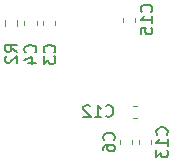
<source format=gbr>
%TF.GenerationSoftware,KiCad,Pcbnew,(5.99.0-8996-g10442b98df)*%
%TF.CreationDate,2021-04-19T08:50:07+01:00*%
%TF.ProjectId,CANduino,43414e64-7569-46e6-9f2e-6b696361645f,rev?*%
%TF.SameCoordinates,Original*%
%TF.FileFunction,Legend,Bot*%
%TF.FilePolarity,Positive*%
%FSLAX46Y46*%
G04 Gerber Fmt 4.6, Leading zero omitted, Abs format (unit mm)*
G04 Created by KiCad (PCBNEW (5.99.0-8996-g10442b98df)) date 2021-04-19 08:50:07*
%MOMM*%
%LPD*%
G01*
G04 APERTURE LIST*
%ADD10C,0.150000*%
%ADD11C,0.120000*%
G04 APERTURE END LIST*
D10*
%TO.C,C13*%
X172282142Y-115032142D02*
X172329761Y-114984523D01*
X172377380Y-114841666D01*
X172377380Y-114746428D01*
X172329761Y-114603571D01*
X172234523Y-114508333D01*
X172139285Y-114460714D01*
X171948809Y-114413095D01*
X171805952Y-114413095D01*
X171615476Y-114460714D01*
X171520238Y-114508333D01*
X171425000Y-114603571D01*
X171377380Y-114746428D01*
X171377380Y-114841666D01*
X171425000Y-114984523D01*
X171472619Y-115032142D01*
X172377380Y-115984523D02*
X172377380Y-115413095D01*
X172377380Y-115698809D02*
X171377380Y-115698809D01*
X171520238Y-115603571D01*
X171615476Y-115508333D01*
X171663095Y-115413095D01*
X171377380Y-116317857D02*
X171377380Y-116936904D01*
X171758333Y-116603571D01*
X171758333Y-116746428D01*
X171805952Y-116841666D01*
X171853571Y-116889285D01*
X171948809Y-116936904D01*
X172186904Y-116936904D01*
X172282142Y-116889285D01*
X172329761Y-116841666D01*
X172377380Y-116746428D01*
X172377380Y-116460714D01*
X172329761Y-116365476D01*
X172282142Y-116317857D01*
%TO.C,C12*%
X167117857Y-113432142D02*
X167165476Y-113479761D01*
X167308333Y-113527380D01*
X167403571Y-113527380D01*
X167546428Y-113479761D01*
X167641666Y-113384523D01*
X167689285Y-113289285D01*
X167736904Y-113098809D01*
X167736904Y-112955952D01*
X167689285Y-112765476D01*
X167641666Y-112670238D01*
X167546428Y-112575000D01*
X167403571Y-112527380D01*
X167308333Y-112527380D01*
X167165476Y-112575000D01*
X167117857Y-112622619D01*
X166165476Y-113527380D02*
X166736904Y-113527380D01*
X166451190Y-113527380D02*
X166451190Y-112527380D01*
X166546428Y-112670238D01*
X166641666Y-112765476D01*
X166736904Y-112813095D01*
X165784523Y-112622619D02*
X165736904Y-112575000D01*
X165641666Y-112527380D01*
X165403571Y-112527380D01*
X165308333Y-112575000D01*
X165260714Y-112622619D01*
X165213095Y-112717857D01*
X165213095Y-112813095D01*
X165260714Y-112955952D01*
X165832142Y-113527380D01*
X165213095Y-113527380D01*
%TO.C,C6*%
X167777142Y-115483333D02*
X167824761Y-115435714D01*
X167872380Y-115292857D01*
X167872380Y-115197619D01*
X167824761Y-115054761D01*
X167729523Y-114959523D01*
X167634285Y-114911904D01*
X167443809Y-114864285D01*
X167300952Y-114864285D01*
X167110476Y-114911904D01*
X167015238Y-114959523D01*
X166920000Y-115054761D01*
X166872380Y-115197619D01*
X166872380Y-115292857D01*
X166920000Y-115435714D01*
X166967619Y-115483333D01*
X166872380Y-116340476D02*
X166872380Y-116150000D01*
X166920000Y-116054761D01*
X166967619Y-116007142D01*
X167110476Y-115911904D01*
X167300952Y-115864285D01*
X167681904Y-115864285D01*
X167777142Y-115911904D01*
X167824761Y-115959523D01*
X167872380Y-116054761D01*
X167872380Y-116245238D01*
X167824761Y-116340476D01*
X167777142Y-116388095D01*
X167681904Y-116435714D01*
X167443809Y-116435714D01*
X167348571Y-116388095D01*
X167300952Y-116340476D01*
X167253333Y-116245238D01*
X167253333Y-116054761D01*
X167300952Y-115959523D01*
X167348571Y-115911904D01*
X167443809Y-115864285D01*
%TO.C,R2*%
X159587380Y-108008333D02*
X159111190Y-107675000D01*
X159587380Y-107436904D02*
X158587380Y-107436904D01*
X158587380Y-107817857D01*
X158635000Y-107913095D01*
X158682619Y-107960714D01*
X158777857Y-108008333D01*
X158920714Y-108008333D01*
X159015952Y-107960714D01*
X159063571Y-107913095D01*
X159111190Y-107817857D01*
X159111190Y-107436904D01*
X158682619Y-108389285D02*
X158635000Y-108436904D01*
X158587380Y-108532142D01*
X158587380Y-108770238D01*
X158635000Y-108865476D01*
X158682619Y-108913095D01*
X158777857Y-108960714D01*
X158873095Y-108960714D01*
X159015952Y-108913095D01*
X159587380Y-108341666D01*
X159587380Y-108960714D01*
%TO.C,C15*%
X170957142Y-104632142D02*
X171004761Y-104584523D01*
X171052380Y-104441666D01*
X171052380Y-104346428D01*
X171004761Y-104203571D01*
X170909523Y-104108333D01*
X170814285Y-104060714D01*
X170623809Y-104013095D01*
X170480952Y-104013095D01*
X170290476Y-104060714D01*
X170195238Y-104108333D01*
X170100000Y-104203571D01*
X170052380Y-104346428D01*
X170052380Y-104441666D01*
X170100000Y-104584523D01*
X170147619Y-104632142D01*
X171052380Y-105584523D02*
X171052380Y-105013095D01*
X171052380Y-105298809D02*
X170052380Y-105298809D01*
X170195238Y-105203571D01*
X170290476Y-105108333D01*
X170338095Y-105013095D01*
X170052380Y-106489285D02*
X170052380Y-106013095D01*
X170528571Y-105965476D01*
X170480952Y-106013095D01*
X170433333Y-106108333D01*
X170433333Y-106346428D01*
X170480952Y-106441666D01*
X170528571Y-106489285D01*
X170623809Y-106536904D01*
X170861904Y-106536904D01*
X170957142Y-106489285D01*
X171004761Y-106441666D01*
X171052380Y-106346428D01*
X171052380Y-106108333D01*
X171004761Y-106013095D01*
X170957142Y-105965476D01*
%TO.C,C3*%
X162742142Y-108058333D02*
X162789761Y-108010714D01*
X162837380Y-107867857D01*
X162837380Y-107772619D01*
X162789761Y-107629761D01*
X162694523Y-107534523D01*
X162599285Y-107486904D01*
X162408809Y-107439285D01*
X162265952Y-107439285D01*
X162075476Y-107486904D01*
X161980238Y-107534523D01*
X161885000Y-107629761D01*
X161837380Y-107772619D01*
X161837380Y-107867857D01*
X161885000Y-108010714D01*
X161932619Y-108058333D01*
X161837380Y-108391666D02*
X161837380Y-109010714D01*
X162218333Y-108677380D01*
X162218333Y-108820238D01*
X162265952Y-108915476D01*
X162313571Y-108963095D01*
X162408809Y-109010714D01*
X162646904Y-109010714D01*
X162742142Y-108963095D01*
X162789761Y-108915476D01*
X162837380Y-108820238D01*
X162837380Y-108534523D01*
X162789761Y-108439285D01*
X162742142Y-108391666D01*
%TO.C,C4*%
X161132142Y-108058333D02*
X161179761Y-108010714D01*
X161227380Y-107867857D01*
X161227380Y-107772619D01*
X161179761Y-107629761D01*
X161084523Y-107534523D01*
X160989285Y-107486904D01*
X160798809Y-107439285D01*
X160655952Y-107439285D01*
X160465476Y-107486904D01*
X160370238Y-107534523D01*
X160275000Y-107629761D01*
X160227380Y-107772619D01*
X160227380Y-107867857D01*
X160275000Y-108010714D01*
X160322619Y-108058333D01*
X160560714Y-108915476D02*
X161227380Y-108915476D01*
X160179761Y-108677380D02*
X160894047Y-108439285D01*
X160894047Y-109058333D01*
D11*
%TO.C,C13*%
X170960000Y-115503733D02*
X170960000Y-115796267D01*
X169940000Y-115503733D02*
X169940000Y-115796267D01*
%TO.C,C12*%
X169428733Y-112565000D02*
X169721267Y-112565000D01*
X169428733Y-113585000D02*
X169721267Y-113585000D01*
%TO.C,C6*%
X169360000Y-115503733D02*
X169360000Y-115796267D01*
X168340000Y-115503733D02*
X168340000Y-115796267D01*
%TO.C,R2*%
X158562500Y-105320276D02*
X158562500Y-105829724D01*
X159607500Y-105320276D02*
X159607500Y-105829724D01*
%TO.C,C15*%
X169610000Y-105153733D02*
X169610000Y-105446267D01*
X168590000Y-105153733D02*
X168590000Y-105446267D01*
%TO.C,C3*%
X161825000Y-105721267D02*
X161825000Y-105428733D01*
X162845000Y-105721267D02*
X162845000Y-105428733D01*
%TO.C,C4*%
X161245000Y-105721267D02*
X161245000Y-105428733D01*
X160225000Y-105721267D02*
X160225000Y-105428733D01*
%TD*%
M02*

</source>
